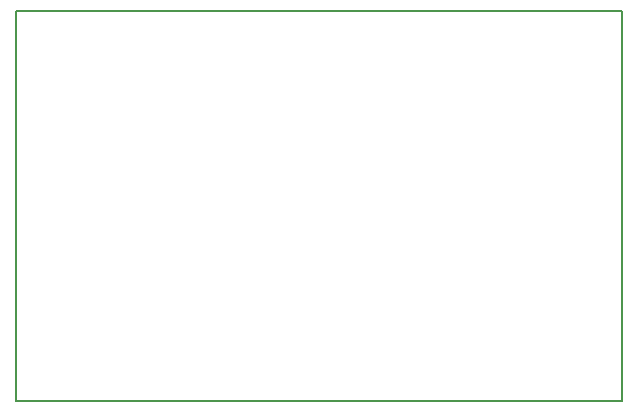
<source format=gbr>
G04 #@! TF.GenerationSoftware,KiCad,Pcbnew,(5.0.1)-4*
G04 #@! TF.CreationDate,2019-08-09T21:17:30+02:00*
G04 #@! TF.ProjectId,USB-SPI_prog,5553422D5350495F70726F672E6B6963,rev?*
G04 #@! TF.SameCoordinates,Original*
G04 #@! TF.FileFunction,Profile,NP*
%FSLAX46Y46*%
G04 Gerber Fmt 4.6, Leading zero omitted, Abs format (unit mm)*
G04 Created by KiCad (PCBNEW (5.0.1)-4) date 09.08.2019 21:17:30*
%MOMM*%
%LPD*%
G01*
G04 APERTURE LIST*
%ADD10C,0.200000*%
G04 APERTURE END LIST*
D10*
X170180000Y-79248000D02*
X170180000Y-112268000D01*
X118872000Y-79248000D02*
X170180000Y-79248000D01*
X118872000Y-112268000D02*
X118872000Y-79248000D01*
X170180000Y-112268000D02*
X118872000Y-112268000D01*
M02*

</source>
